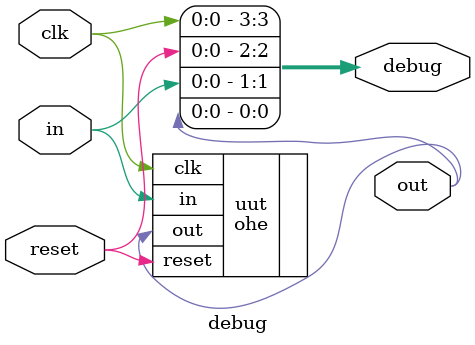
<source format=v>
`timescale 1ns / 1ps


module debug(
    input wire clk,
    input wire reset,
    input wire in,
    output wire out,
    output wire [3:0] debug
    );
    
    assign debug = {clk, reset, in, out};
    
    ohe uut (.clk(clk), .reset(reset), .in(in), .out(out));
    
endmodule

</source>
